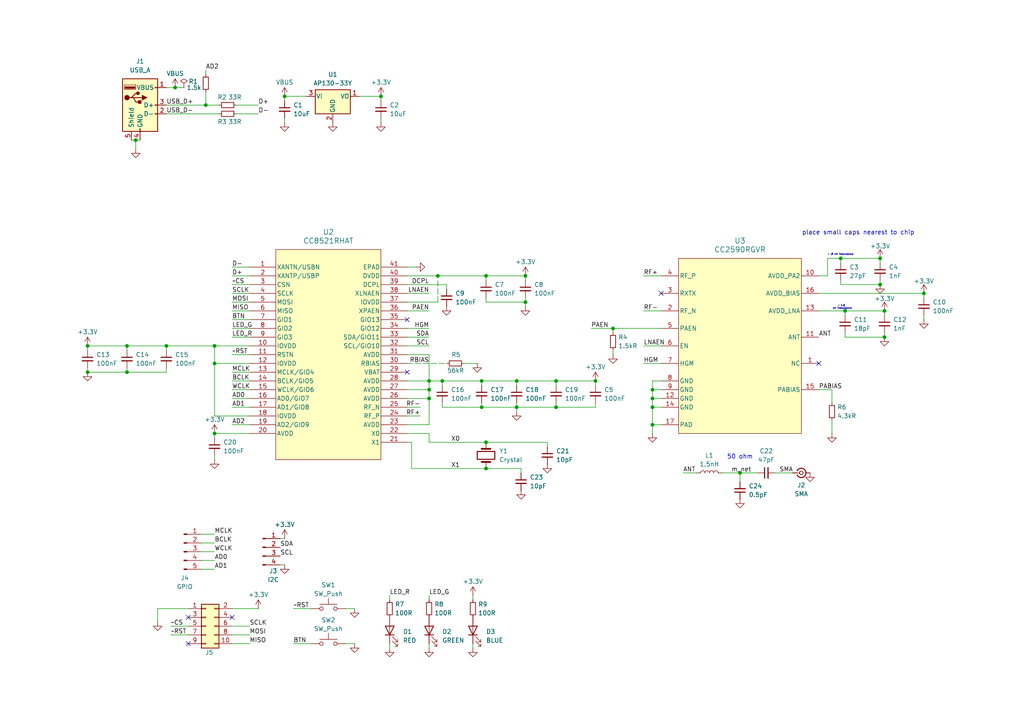
<source format=kicad_sch>
(kicad_sch (version 20231120) (generator "eeschema") (generator_version "8.0")
  (paper "A4")
  (title_block (title "Wireless Audio Transciever") (date "2024-03-17") (rev "1.0") (company "Texas Tech University") (comment 1 "Blake Havens") (comment 2 "Project Lab III (ECE-3334)"))
  (lib_symbols
    (symbol "Connector:Conn_01x04_Pin" (pin_names (offset 1.016) hide)
      (property "Reference" "J" (at 0 5.08 0))
      (property "Value" "Conn_01x04_Pin" (at 0 -7.62 0))
      (symbol "Conn_01x04_Pin_1_1"
        (pin passive line (at 5.08 2.54 180) (length 3.81) (name "Pin_1") (number "1"))
        (pin passive line (at 5.08 0 180) (length 3.81) (name "Pin_2") (number "2"))
        (pin passive line (at 5.08 -2.54 180) (length 3.81) (name "Pin_3") (number "3"))
        (pin passive line (at 5.08 -5.08 180) (length 3.81) (name "Pin_4") (number "4"))
      )
    )
    (symbol "Connector:Conn_01x05_Pin" (pin_names (offset 1.016) hide)
      (property "Reference" "J" (at 0 7.62 0))
      (property "Value" "Conn_01x05_Pin" (at 0 -7.62 0))
      (symbol "Conn_01x05_Pin_1_1"
        (pin passive line (at 5.08 5.08 180) (length 3.81) (name "Pin_1") (number "1"))
        (pin passive line (at 5.08 2.54 180) (length 3.81) (name "Pin_2") (number "2"))
        (pin passive line (at 5.08 0 180) (length 3.81) (name "Pin_3") (number "3"))
        (pin passive line (at 5.08 -2.54 180) (length 3.81) (name "Pin_4") (number "4"))
        (pin passive line (at 5.08 -5.08 180) (length 3.81) (name "Pin_5") (number "5"))
      )
    )
    (symbol "Connector:Conn_Coaxial_Small" (pin_numbers hide) (pin_names (offset 1.016) hide)
      (property "Reference" "J" (at 0.254 3.048 0))
      (property "Value" "Conn_Coaxial_Small" (at 0 -3.81 0))
      (symbol "Conn_Coaxial_Small_1_1"
        (pin passive line (at -2.54 0 0) (length 1.27) (name "In") (number "1"))
        (pin passive line (at 2.54 0 180) (length 1.27) (name "Ext") (number "2"))
      )
    )
    (symbol "Connector:USB_A" (pin_names (offset 1.016))
      (property "Reference" "J" (at -5.08 11.43 0))
      (property "Value" "USB_A" (at -5.08 8.89 0))
      (symbol "USB_A_1_1"
        (pin power_in line (at 7.62 5.08 180) (length 2.54) (name "VBUS") (number "1"))
        (pin bidirectional line (at 7.62 -2.54 180) (length 2.54) (name "D-") (number "2"))
        (pin bidirectional line (at 7.62 0 180) (length 2.54) (name "D+") (number "3"))
        (pin power_in line (at 0 -10.16 90) (length 2.54) (name "GND") (number "4"))
        (pin passive line (at -2.54 -10.16 90) (length 2.54) (name "Shield") (number "5"))
      )
    )
    (symbol "Connector_Generic:Conn_02x05_Odd_Even" (pin_names (offset 1.016) hide)
      (property "Reference" "J" (at 1.27 7.62 0))
      (property "Value" "Conn_02x05_Odd_Even" (at 1.27 -7.62 0))
      (symbol "Conn_02x05_Odd_Even_1_1"
        (pin passive line (at -5.08 5.08 0) (length 3.81) (name "Pin_1") (number "1"))
        (pin passive line (at 7.62 -5.08 180) (length 3.81) (name "Pin_10") (number "10"))
        (pin passive line (at 7.62 5.08 180) (length 3.81) (name "Pin_2") (number "2"))
        (pin passive line (at -5.08 2.54 0) (length 3.81) (name "Pin_3") (number "3"))
        (pin passive line (at 7.62 2.54 180) (length 3.81) (name "Pin_4") (number "4"))
        (pin passive line (at -5.08 0 0) (length 3.81) (name "Pin_5") (number "5"))
        (pin passive line (at 7.62 0 180) (length 3.81) (name "Pin_6") (number "6"))
        (pin passive line (at -5.08 -2.54 0) (length 3.81) (name "Pin_7") (number "7"))
        (pin passive line (at 7.62 -2.54 180) (length 3.81) (name "Pin_8") (number "8"))
        (pin passive line (at -5.08 -5.08 0) (length 3.81) (name "Pin_9") (number "9"))
      )
    )
    (symbol "Device:C_Small" (pin_numbers hide) (pin_names (offset 0.254) hide)
      (property "Reference" "C" (at 0.254 1.778 0))
      (property "Value" "C_Small" (at 0.254 -2.032 0))
      (symbol "C_Small_1_1"
        (pin passive line (at 0 2.54 270) (length 2.032) (name "~") (number "1"))
        (pin passive line (at 0 -2.54 90) (length 2.032) (name "~") (number "2"))
      )
    )
    (symbol "Device:Crystal" (pin_numbers hide) (pin_names (offset 1.016) hide)
      (property "Reference" "Y" (at 0 3.81 0))
      (property "Value" "Crystal" (at 0 -3.81 0))
      (symbol "Crystal_1_1"
        (pin passive line (at -3.81 0 0) (length 1.27) (name "1") (number "1"))
        (pin passive line (at 3.81 0 180) (length 1.27) (name "2") (number "2"))
      )
    )
    (symbol "Device:L" (pin_numbers hide) (pin_names (offset 1.016) hide)
      (property "Reference" "L" (at -1.27 0 90))
      (property "Value" "L" (at 1.905 0 90))
      (symbol "L_1_1"
        (pin passive line (at 0 3.81 270) (length 1.27) (name "1") (number "1"))
        (pin passive line (at 0 -3.81 90) (length 1.27) (name "2") (number "2"))
      )
    )
    (symbol "Device:LED" (pin_numbers hide) (pin_names (offset 1.016) hide)
      (property "Reference" "D" (at 0 2.54 0))
      (property "Value" "LED" (at 0 -2.54 0))
      (symbol "LED_1_1"
        (pin passive line (at -3.81 0 0) (length 2.54) (name "K") (number "1"))
        (pin passive line (at 3.81 0 180) (length 2.54) (name "A") (number "2"))
      )
    )
    (symbol "Device:R_Small" (pin_numbers hide) (pin_names (offset 0.254) hide)
      (property "Reference" "R" (at 0.762 0.508 0))
      (property "Value" "R_Small" (at 0.762 -1.016 0))
      (symbol "R_Small_1_1"
        (pin passive line (at 0 2.54 270) (length 0.762) (name "~") (number "1"))
        (pin passive line (at 0 -2.54 90) (length 0.762) (name "~") (number "2"))
      )
    )
    (symbol "HAVENS_Lib:CC2590RGVR" (pin_names (offset 0.254))
      (property "Reference" "U1" (at 0 30.48 0))
      (property "Value" "CC2590RGVR" (at 0 27.94 0))
      (symbol "CC2590RGVR_0_1"
        (pin unspecified line (at -22.86 -5.08 0) (length 5.08) (name "NC") (number "1"))
        (pin power_in line (at -22.86 20.32 0) (length 5.08) (name "AVDD_PA2") (number "10"))
        (pin unspecified line (at -22.86 2.54 0) (length 5.08) (name "ANT") (number "11"))
        (pin power_in line (at 22.86 -15.24 180) (length 5.08) (name "GND") (number "12"))
        (pin power_in line (at -22.86 10.16 0) (length 5.08) (name "AVDD_LNA") (number "13"))
        (pin power_in line (at 22.86 -17.78 180) (length 5.08) (name "GND") (number "14"))
        (pin unspecified line (at -22.86 -12.7 0) (length 5.08) (name "PABIAS") (number "15"))
        (pin power_in line (at -22.86 15.24 0) (length 5.08) (name "AVDD_BIAS") (number "16"))
        (pin power_in line (at 22.86 -22.86 180) (length 5.08) (name "PAD") (number "17"))
        (pin input line (at 22.86 10.16 180) (length 5.08) (name "RF_N") (number "2"))
        (pin input line (at 22.86 15.24 180) (length 5.08) (name "RXTX") (number "3"))
        (pin input line (at 22.86 20.32 180) (length 5.08) (name "RF_P") (number "4"))
        (pin input line (at 22.86 5.08 180) (length 5.08) (name "PAEN") (number "5"))
        (pin input line (at 22.86 0 180) (length 5.08) (name "EN") (number "6"))
        (pin input line (at 22.86 -5.08 180) (length 5.08) (name "HGM") (number "7"))
        (pin power_in line (at 22.86 -10.16 180) (length 5.08) (name "GND") (number "8"))
        (pin power_in line (at 22.86 -12.7 180) (length 5.08) (name "GND") (number "9"))
      )
    )
    (symbol "HAVENS_Lib:CC8521RHAT" (pin_names (offset 0.254))
      (property "Reference" "U" (at 43.18 10.16 0))
      (property "Value" "CC8521RHAT" (at 43.18 7.62 0))
      (symbol "CC8521RHAT_0_1"
        (pin bidirectional line (at 0 0 0) (length 7.62) (name "XANTN/USBN") (number "1"))
        (pin power_in line (at 0 -22.86 0) (length 7.62) (name "IOVDD") (number "10"))
        (pin input line (at 0 -25.4 0) (length 7.62) (name "RSTN") (number "11"))
        (pin power_in line (at 0 -27.94 0) (length 7.62) (name "IOVDD") (number "12"))
        (pin bidirectional line (at 0 -30.48 0) (length 7.62) (name "MCLK/GIO4") (number "13"))
        (pin bidirectional line (at 0 -33.02 0) (length 7.62) (name "BCLK/GIO5") (number "14"))
        (pin bidirectional line (at 0 -35.56 0) (length 7.62) (name "WCLK/GIO6") (number "15"))
        (pin bidirectional line (at 0 -38.1 0) (length 7.62) (name "AD0/GIO7") (number "16"))
        (pin bidirectional line (at 0 -40.64 0) (length 7.62) (name "AD1/GIO8") (number "17"))
        (pin power_in line (at 0 -43.18 0) (length 7.62) (name "IOVDD") (number "18"))
        (pin bidirectional line (at 0 -45.72 0) (length 7.62) (name "AD2/GIO9") (number "19"))
        (pin bidirectional line (at 0 -2.54 0) (length 7.62) (name "XANTP/USBP") (number "2"))
        (pin power_in line (at 0 -48.26 0) (length 7.62) (name "AVDD") (number "20"))
        (pin bidirectional line (at 45.72 -50.8 180) (length 7.62) (name "X1") (number "21"))
        (pin bidirectional line (at 45.72 -48.26 180) (length 7.62) (name "X0") (number "22"))
        (pin power_in line (at 45.72 -45.72 180) (length 7.62) (name "AVDD") (number "23"))
        (pin bidirectional line (at 45.72 -43.18 180) (length 7.62) (name "RF_P") (number "24"))
        (pin bidirectional line (at 45.72 -40.64 180) (length 7.62) (name "RF_N") (number "25"))
        (pin power_in line (at 45.72 -38.1 180) (length 7.62) (name "AVDD") (number "26"))
        (pin power_in line (at 45.72 -35.56 180) (length 7.62) (name "AVDD") (number "27"))
        (pin power_in line (at 45.72 -33.02 180) (length 7.62) (name "AVDD") (number "28"))
        (pin input line (at 45.72 -30.48 180) (length 7.62) (name "VBAT") (number "29"))
        (pin input line (at 0 -5.08 0) (length 7.62) (name "CSN") (number "3"))
        (pin output line (at 45.72 -27.94 180) (length 7.62) (name "RBIAS") (number "30"))
        (pin power_in line (at 45.72 -25.4 180) (length 7.62) (name "AVDD") (number "31"))
        (pin bidirectional line (at 45.72 -22.86 180) (length 7.62) (name "SCL/GIO10") (number "32"))
        (pin bidirectional line (at 45.72 -20.32 180) (length 7.62) (name "SDA/GIO11") (number "33"))
        (pin bidirectional line (at 45.72 -17.78 180) (length 7.62) (name "GIO12") (number "34"))
        (pin bidirectional line (at 45.72 -15.24 180) (length 7.62) (name "GIO13") (number "35"))
        (pin bidirectional line (at 45.72 -12.7 180) (length 7.62) (name "XPAEN") (number "36"))
        (pin power_in line (at 45.72 -10.16 180) (length 7.62) (name "IOVDD") (number "37"))
        (pin bidirectional line (at 45.72 -7.62 180) (length 7.62) (name "XLNAEN") (number "38"))
        (pin power_in line (at 45.72 -5.08 180) (length 7.62) (name "DCPL") (number "39"))
        (pin bidirectional line (at 0 -7.62 0) (length 7.62) (name "SCLK") (number "4"))
        (pin power_in line (at 45.72 -2.54 180) (length 7.62) (name "DVDD") (number "40"))
        (pin power_in line (at 45.72 0 180) (length 7.62) (name "EPAD") (number "41"))
        (pin bidirectional line (at 0 -10.16 0) (length 7.62) (name "MOSI") (number "5"))
        (pin bidirectional line (at 0 -12.7 0) (length 7.62) (name "MISO") (number "6"))
        (pin bidirectional line (at 0 -15.24 0) (length 7.62) (name "GIO1") (number "7"))
        (pin bidirectional line (at 0 -17.78 0) (length 7.62) (name "GIO2") (number "8"))
        (pin bidirectional line (at 0 -20.32 0) (length 7.62) (name "GIO3") (number "9"))
      )
    )
    (symbol "Regulator_Linear:AP130-33Y" (pin_names (offset 0.254))
      (property "Reference" "U" (at -3.81 3.175 0))
      (property "Value" "AP130-33Y" (at 0 3.175 0))
      (symbol "AP130-33Y_1_1"
        (pin power_out line (at 7.62 0 180) (length 2.54) (name "VO") (number "1"))
        (pin power_in line (at 0 -7.62 90) (length 2.54) (name "GND") (number "2"))
        (pin power_in line (at -7.62 0 0) (length 2.54) (name "VI") (number "3"))
      )
    )
    (symbol "Switch:SW_Push" (pin_numbers hide) (pin_names (offset 1.016) hide)
      (property "Reference" "SW" (at 1.27 2.54 0))
      (property "Value" "SW_Push" (at 0 -1.524 0))
      (symbol "SW_Push_0_1"
        (pin passive line (at -5.08 0 0) (length 2.54) (name "1") (number "1"))
        (pin passive line (at 5.08 0 180) (length 2.54) (name "2") (number "2"))
      )
    )
    (symbol "power:+3.3V" (power) (pin_numbers hide) (pin_names (offset 0) hide)
      (property "Value" "+3.3V" (at 0 3.556 0))
      (symbol "+3.3V_1_1"
        (pin power_in line (at 0 0 90) (length 0) (name "~") (number "1"))
      )
    )
    (symbol "power:GND" (power) (pin_numbers hide) (pin_names (offset 0) hide)
      (property "Value" "GND" (at 0 -3.81 0))
      (symbol "GND_1_1"
        (pin power_in line (at 0 0 270) (length 0) (name "~") (number "1"))
      )
    )
    (symbol "power:PWR_FLAG" (power) (pin_numbers hide) (pin_names (offset 0) hide)
      (property "Value" "PWR_FLAG" (at 0 3.81 0))
      (symbol "PWR_FLAG_0_0"
        (pin power_out line (at 0 0 90) (length 0) (name "~") (number "1"))
      )
    )
    (symbol "power:VBUS" (power) (pin_numbers hide) (pin_names (offset 0) hide)
      (property "Value" "VBUS" (at 0 3.556 0))
      (symbol "VBUS_1_1"
        (pin power_in line (at 0 0 90) (length 0) (name "~") (number "1"))
      )
    )
  )
  (junction (at 189.23 118.11))
  (junction (at 255.27 74.93))
  (junction (at 39.37 40.64))
  (junction (at 149.86 118.11))
  (junction (at 139.7 118.11))
  (junction (at 152.4 87.63))
  (junction (at 82.55 27.94))
  (junction (at 59.69 30.48))
  (junction (at 139.7 110.49))
  (junction (at 25.4 100.33))
  (junction (at 128.27 110.49))
  (junction (at 189.23 123.19))
  (junction (at 152.4 80.01))
  (junction (at 214.63 137.16))
  (junction (at 124.46 110.49))
  (junction (at 177.8 95.25))
  (junction (at 62.23 100.33))
  (junction (at 127 80.01))
  (junction (at 110.49 27.94))
  (junction (at 124.46 113.03))
  (junction (at 189.23 115.57))
  (junction (at 243.84 74.93))
  (junction (at 140.97 80.01))
  (junction (at 245.11 90.17))
  (junction (at 189.23 113.03))
  (junction (at 256.54 90.17))
  (junction (at 255.27 82.55))
  (junction (at 140.97 135.89))
  (junction (at 149.86 110.49))
  (junction (at 25.4 107.95))
  (junction (at 172.72 110.49))
  (junction (at 50.8 25.4))
  (junction (at 267.97 85.09))
  (junction (at 48.26 100.33))
  (junction (at 62.23 125.73))
  (junction (at 140.97 128.27))
  (junction (at 124.46 115.57))
  (junction (at 62.23 105.41))
  (junction (at 161.29 110.49))
  (junction (at 36.83 107.95))
  (junction (at 36.83 100.33))
  (junction (at 161.29 118.11))
  (junction (at 256.54 97.79))
  (no_connect (at 54.61 186.69))
  (no_connect (at 118.11 92.71))
  (no_connect (at 67.31 179.07))
  (no_connect (at 237.49 105.41))
  (no_connect (at 118.11 107.95))
  (no_connect (at 191.77 85.09))
  (no_connect (at 54.61 179.07))
  (wire (pts (xy 74.93 176.53) (xy 67.31 176.53)))
  (wire (pts (xy 62.23 105.41) (xy 62.23 100.33)))
  (wire (pts (xy 118.11 87.63) (xy 127 87.63)))
  (wire (pts (xy 189.23 123.19) (xy 189.23 125.73)))
  (wire (pts (xy 124.46 172.72) (xy 124.46 173.99)))
  (wire (pts (xy 243.84 74.93) (xy 243.84 76.2)))
  (wire (pts (xy 36.83 100.33) (xy 48.26 100.33)))
  (wire (pts (xy 121.92 120.65) (xy 118.11 120.65)))
  (wire (pts (xy 48.26 100.33) (xy 62.23 100.33)))
  (wire (pts (xy 152.4 80.01) (xy 152.4 81.28)))
  (wire (pts (xy 85.09 186.69) (xy 90.17 186.69)))
  (wire (pts (xy 59.69 30.48) (xy 63.5 30.48)))
  (wire (pts (xy 186.69 105.41) (xy 191.77 105.41)))
  (wire (pts (xy 50.8 25.4) (xy 48.26 25.4)))
  (wire (pts (xy 172.72 118.11) (xy 161.29 118.11)))
  (wire (pts (xy 74.93 33.02) (xy 68.58 33.02)))
  (wire (pts (xy 256.54 97.79) (xy 256.54 96.52)))
  (wire (pts (xy 189.23 113.03) (xy 189.23 115.57)))
  (wire (pts (xy 124.46 123.19) (xy 124.46 115.57)))
  (wire (pts (xy 255.27 82.55) (xy 255.27 81.28)))
  (wire (pts (xy 124.46 102.87) (xy 124.46 110.49)))
  (wire (pts (xy 237.49 85.09) (xy 267.97 85.09)))
  (wire (pts (xy 39.37 43.18) (xy 39.37 40.64)))
  (wire (pts (xy 72.39 181.61) (xy 67.31 181.61)))
  (wire (pts (xy 72.39 184.15) (xy 67.31 184.15)))
  (wire (pts (xy 149.86 111.76) (xy 149.86 110.49)))
  (wire (pts (xy 240.03 74.93) (xy 243.84 74.93)))
  (wire (pts (xy 102.87 176.53) (xy 100.33 176.53)))
  (wire (pts (xy 45.72 176.53) (xy 54.61 176.53)))
  (wire (pts (xy 67.31 115.57) (xy 72.39 115.57)))
  (wire (pts (xy 152.4 88.9) (xy 152.4 87.63)))
  (wire (pts (xy 102.87 186.69) (xy 100.33 186.69)))
  (wire (pts (xy 110.49 35.56) (xy 110.49 34.29)))
  (wire (pts (xy 124.46 97.79) (xy 118.11 97.79)))
  (wire (pts (xy 25.4 106.68) (xy 25.4 107.95)))
  (wire (pts (xy 124.46 125.73) (xy 124.46 128.27)))
  (wire (pts (xy 139.7 118.11) (xy 149.86 118.11)))
  (wire (pts (xy 67.31 82.55) (xy 72.39 82.55)))
  (wire (pts (xy 267.97 85.09) (xy 267.97 86.36)))
  (wire (pts (xy 137.16 187.96) (xy 137.16 186.69)))
  (wire (pts (xy 177.8 96.52) (xy 177.8 95.25)))
  (wire (pts (xy 124.46 95.25) (xy 118.11 95.25)))
  (wire (pts (xy 113.03 172.72) (xy 113.03 173.99)))
  (wire (pts (xy 124.46 113.03) (xy 124.46 110.49)))
  (wire (pts (xy 158.75 128.27) (xy 158.75 129.54)))
  (wire (pts (xy 243.84 74.93) (xy 255.27 74.93)))
  (wire (pts (xy 209.55 137.16) (xy 214.63 137.16)))
  (wire (pts (xy 124.46 187.96) (xy 124.46 186.69)))
  (wire (pts (xy 128.27 110.49) (xy 124.46 110.49)))
  (wire (pts (xy 186.69 100.33) (xy 191.77 100.33)))
  (wire (pts (xy 237.49 90.17) (xy 245.11 90.17)))
  (wire (pts (xy 67.31 107.95) (xy 72.39 107.95)))
  (wire (pts (xy 241.3 116.84) (xy 241.3 113.03)))
  (wire (pts (xy 267.97 92.71) (xy 267.97 91.44)))
  (wire (pts (xy 82.55 27.94) (xy 82.55 29.21)))
  (wire (pts (xy 172.72 110.49) (xy 161.29 110.49)))
  (wire (pts (xy 48.26 33.02) (xy 63.5 33.02)))
  (wire (pts (xy 191.77 118.11) (xy 189.23 118.11)))
  (wire (pts (xy 36.83 100.33) (xy 36.83 101.6)))
  (wire (pts (xy 48.26 107.95) (xy 36.83 107.95)))
  (wire (pts (xy 224.79 137.16) (xy 229.87 137.16)))
  (wire (pts (xy 62.23 162.56) (xy 58.42 162.56)))
  (wire (pts (xy 139.7 110.49) (xy 128.27 110.49)))
  (wire (pts (xy 161.29 110.49) (xy 161.29 111.76)))
  (wire (pts (xy 62.23 105.41) (xy 72.39 105.41)))
  (wire (pts (xy 49.53 181.61) (xy 54.61 181.61)))
  (wire (pts (xy 67.31 87.63) (xy 72.39 87.63)))
  (wire (pts (xy 72.39 125.73) (xy 62.23 125.73)))
  (wire (pts (xy 241.3 125.73) (xy 241.3 121.92)))
  (wire (pts (xy 128.27 111.76) (xy 128.27 110.49)))
  (wire (pts (xy 67.31 110.49) (xy 72.39 110.49)))
  (wire (pts (xy 62.23 157.48) (xy 58.42 157.48)))
  (wire (pts (xy 62.23 154.94) (xy 58.42 154.94)))
  (wire (pts (xy 118.11 110.49) (xy 124.46 110.49)))
  (wire (pts (xy 140.97 128.27) (xy 158.75 128.27)))
  (wire (pts (xy 149.86 118.11) (xy 161.29 118.11)))
  (wire (pts (xy 243.84 81.28) (xy 243.84 82.55)))
  (wire (pts (xy 118.11 115.57) (xy 124.46 115.57)))
  (wire (pts (xy 39.37 40.64) (xy 40.64 40.64)))
  (wire (pts (xy 25.4 100.33) (xy 36.83 100.33)))
  (wire (pts (xy 129.54 83.82) (xy 129.54 82.55)))
  (wire (pts (xy 189.23 115.57) (xy 189.23 118.11)))
  (wire (pts (xy 62.23 125.73) (xy 62.23 127)))
  (wire (pts (xy 104.14 27.94) (xy 110.49 27.94)))
  (wire (pts (xy 124.46 90.17) (xy 118.11 90.17)))
  (wire (pts (xy 62.23 120.65) (xy 62.23 105.41)))
  (wire (pts (xy 255.27 74.93) (xy 255.27 76.2)))
  (wire (pts (xy 140.97 87.63) (xy 140.97 86.36)))
  (wire (pts (xy 72.39 120.65) (xy 62.23 120.65)))
  (wire (pts (xy 36.83 106.68) (xy 36.83 107.95)))
  (wire (pts (xy 48.26 30.48) (xy 59.69 30.48)))
  (wire (pts (xy 128.27 118.11) (xy 139.7 118.11)))
  (wire (pts (xy 128.27 116.84) (xy 128.27 118.11)))
  (wire (pts (xy 124.46 115.57) (xy 124.46 113.03)))
  (wire (pts (xy 240.03 80.01) (xy 240.03 74.93)))
  (wire (pts (xy 53.34 25.4) (xy 50.8 25.4)))
  (wire (pts (xy 172.72 116.84) (xy 172.72 118.11)))
  (wire (pts (xy 149.86 118.11) (xy 149.86 119.38)))
  (wire (pts (xy 127 80.01) (xy 140.97 80.01)))
  (wire (pts (xy 48.26 106.68) (xy 48.26 107.95)))
  (wire (pts (xy 139.7 111.76) (xy 139.7 110.49)))
  (wire (pts (xy 72.39 186.69) (xy 67.31 186.69)))
  (wire (pts (xy 59.69 26.67) (xy 59.69 30.48)))
  (wire (pts (xy 124.46 85.09) (xy 118.11 85.09)))
  (wire (pts (xy 118.11 125.73) (xy 124.46 125.73)))
  (wire (pts (xy 82.55 35.56) (xy 82.55 34.29)))
  (wire (pts (xy 67.31 80.01) (xy 72.39 80.01)))
  (wire (pts (xy 177.8 95.25) (xy 191.77 95.25)))
  (wire (pts (xy 118.11 82.55) (xy 129.54 82.55)))
  (wire (pts (xy 121.92 118.11) (xy 118.11 118.11)))
  (wire (pts (xy 62.23 165.1) (xy 58.42 165.1)))
  (wire (pts (xy 245.11 96.52) (xy 245.11 97.79)))
  (wire (pts (xy 137.16 172.72) (xy 137.16 173.99)))
  (wire (pts (xy 171.45 95.25) (xy 177.8 95.25)))
  (wire (pts (xy 119.38 135.89) (xy 140.97 135.89)))
  (wire (pts (xy 118.11 123.19) (xy 124.46 123.19)))
  (wire (pts (xy 140.97 135.89) (xy 151.13 135.89)))
  (wire (pts (xy 191.77 123.19) (xy 189.23 123.19)))
  (wire (pts (xy 118.11 80.01) (xy 127 80.01)))
  (wire (pts (xy 161.29 118.11) (xy 161.29 116.84)))
  (wire (pts (xy 45.72 180.34) (xy 45.72 176.53)))
  (wire (pts (xy 186.69 90.17) (xy 191.77 90.17)))
  (wire (pts (xy 25.4 100.33) (xy 25.4 101.6)))
  (wire (pts (xy 149.86 110.49) (xy 139.7 110.49)))
  (wire (pts (xy 74.93 30.48) (xy 68.58 30.48)))
  (wire (pts (xy 189.23 110.49) (xy 189.23 113.03)))
  (wire (pts (xy 140.97 80.01) (xy 152.4 80.01)))
  (wire (pts (xy 62.23 160.02) (xy 58.42 160.02)))
  (wire (pts (xy 198.12 137.16) (xy 201.93 137.16)))
  (wire (pts (xy 67.31 102.87) (xy 72.39 102.87)))
  (wire (pts (xy 62.23 100.33) (xy 72.39 100.33)))
  (wire (pts (xy 152.4 87.63) (xy 152.4 86.36)))
  (wire (pts (xy 118.11 102.87) (xy 124.46 102.87)))
  (wire (pts (xy 67.31 85.09) (xy 72.39 85.09)))
  (wire (pts (xy 67.31 113.03) (xy 72.39 113.03)))
  (wire (pts (xy 62.23 132.08) (xy 62.23 133.35)))
  (wire (pts (xy 172.72 110.49) (xy 172.72 111.76)))
  (wire (pts (xy 36.83 107.95) (xy 25.4 107.95)))
  (wire (pts (xy 82.55 163.83) (xy 81.28 163.83)))
  (wire (pts (xy 82.55 156.21) (xy 81.28 156.21)))
  (wire (pts (xy 139.7 116.84) (xy 139.7 118.11)))
  (wire (pts (xy 110.49 27.94) (xy 110.49 29.21)))
  (wire (pts (xy 256.54 91.44) (xy 256.54 90.17)))
  (wire (pts (xy 67.31 92.71) (xy 72.39 92.71)))
  (wire (pts (xy 186.69 80.01) (xy 191.77 80.01)))
  (wire (pts (xy 191.77 115.57) (xy 189.23 115.57)))
  (wire (pts (xy 59.69 20.32) (xy 59.69 21.59)))
  (wire (pts (xy 119.38 128.27) (xy 118.11 128.27)))
  (wire (pts (xy 241.3 113.03) (xy 237.49 113.03)))
  (wire (pts (xy 67.31 95.25) (xy 72.39 95.25)))
  (wire (pts (xy 119.38 128.27) (xy 119.38 135.89)))
  (wire (pts (xy 118.11 113.03) (xy 124.46 113.03)))
  (wire (pts (xy 191.77 110.49) (xy 189.23 110.49)))
  (wire (pts (xy 191.77 113.03) (xy 189.23 113.03)))
  (wire (pts (xy 118.11 105.41) (xy 129.54 105.41)) (stroke (width 0) (type dash)))
  (wire (pts (xy 140.97 81.28) (xy 140.97 80.01)))
  (wire (pts (xy 67.31 118.11) (xy 72.39 118.11)))
  (wire (pts (xy 124.46 128.27) (xy 140.97 128.27)))
  (wire (pts (xy 120.65 77.47) (xy 118.11 77.47)))
  (wire (pts (xy 245.11 90.17) (xy 245.11 91.44)))
  (wire (pts (xy 138.43 105.41) (xy 134.62 105.41)))
  (wire (pts (xy 177.8 102.87) (xy 177.8 101.6)))
  (wire (pts (xy 67.31 77.47) (xy 72.39 77.47)))
  (wire (pts (xy 245.11 97.79) (xy 256.54 97.79)))
  (wire (pts (xy 189.23 118.11) (xy 189.23 123.19)))
  (wire (pts (xy 256.54 90.17) (xy 245.11 90.17)))
  (wire (pts (xy 38.1 40.64) (xy 39.37 40.64)))
  (wire (pts (xy 214.63 139.7) (xy 214.63 137.16)))
  (wire (pts (xy 127 87.63) (xy 127 80.01)) (stroke (width 0) (type dash)))
  (wire (pts (xy 49.53 184.15) (xy 54.61 184.15)))
  (wire (pts (xy 237.49 80.01) (xy 240.03 80.01)))
  (wire (pts (xy 67.31 90.17) (xy 72.39 90.17)))
  (wire (pts (xy 140.97 87.63) (xy 152.4 87.63)))
  (wire (pts (xy 149.86 110.49) (xy 161.29 110.49)))
  (wire (pts (xy 82.55 27.94) (xy 88.9 27.94)))
  (wire (pts (xy 149.86 118.11) (xy 149.86 116.84)))
  (wire (pts (xy 67.31 123.19) (xy 72.39 123.19)))
  (wire (pts (xy 151.13 135.89) (xy 151.13 137.16)))
  (wire (pts (xy 85.09 176.53) (xy 90.17 176.53)))
  (wire (pts (xy 67.31 97.79) (xy 72.39 97.79)))
  (wire (pts (xy 113.03 187.96) (xy 113.03 186.69)))
  (wire (pts (xy 214.63 137.16) (xy 219.71 137.16)))
  (wire (pts (xy 48.26 100.33) (xy 48.26 101.6)))
  (wire (pts (xy 124.46 100.33) (xy 118.11 100.33)))
  (wire (pts (xy 243.84 82.55) (xy 255.27 82.55)))
  (text "place small caps nearest to chip\n" (at 248.92 67.564 0) (effects (font (size 1.27 1.27))))
  (text "~ .8 nH inductance" (at 243.84 73.914 0) (effects (font (size 0.508 0.508))))
  (text "~ 1.6\n nH inductance" (at 244.094 89.154 0) (effects (font (size 0.508 0.508))))
  (text "50 ohm\n" (at 214.63 132.588 0) (effects (font (size 1.27 1.27))))
  (label "MCLK" (at 67.31 107.95 0))
  (label "LNAEN" (at 186.69 100.33 0))
  (label "SMA" (at 226.06 137.16 0))
  (label "USB_D+" (at 48.26 30.48 0))
  (label "~RST" (at 49.53 184.15 0))
  (label "SCL" (at 124.46 100.33 180))
  (label "ANT" (at 237.49 97.79 0))
  (label "MCLK" (at 62.23 154.94 0))
  (label "AD1" (at 67.31 118.11 0))
  (label "MISO" (at 72.39 186.69 0))
  (label "LED_R" (at 67.31 97.79 0))
  (label "HGM" (at 186.69 105.41 0))
  (label "DCPL" (at 124.46 82.55 180))
  (label "D-" (at 67.31 77.47 0))
  (label "BTN" (at 85.09 186.69 0))
  (label "~CS" (at 67.31 82.55 0))
  (label "X0" (at 130.81 128.27 0))
  (label "RF-" (at 186.69 90.17 0))
  (label "USB_D-" (at 48.26 33.02 0))
  (label "BTN" (at 67.31 92.71 0))
  (label "X1" (at 130.81 135.89 0))
  (label "AD0" (at 67.31 115.57 0))
  (label "WCLK" (at 62.23 160.02 0))
  (label "LNAEN" (at 124.46 85.09 180))
  (label "RBIAS" (at 124.46 105.41 180))
  (label "MOSI" (at 72.39 184.15 0))
  (label "HGM" (at 124.46 95.25 180))
  (label "BCLK" (at 67.31 110.49 0))
  (label "PABIAS" (at 237.49 113.03 0))
  (label "RF-" (at 121.92 118.11 180))
  (label "AD1" (at 62.23 165.1 0))
  (label "PAEN" (at 124.46 90.17 180))
  (label "~RST" (at 67.31 102.87 0))
  (label "PAEN" (at 171.45 95.25 0))
  (label "WCLK" (at 67.31 113.03 0))
  (label "m_net" (at 212.09 137.16 0))
  (label "D-" (at 74.93 33.02 0))
  (label "D+" (at 74.93 30.48 0))
  (label "LED_R" (at 113.03 172.72 0))
  (label "MOSI" (at 67.31 87.63 0))
  (label "MISO" (at 67.31 90.17 0))
  (label "SCLK" (at 67.31 85.09 0))
  (label "D+" (at 67.31 80.01 0))
  (label "ANT" (at 198.12 137.16 0))
  (label "SDA" (at 124.46 97.79 180))
  (label "RF+" (at 186.69 80.01 0))
  (label "LED_G" (at 67.31 95.25 0))
  (label "AD0" (at 62.23 162.56 0))
  (label "BCLK" (at 62.23 157.48 0))
  (label "SCL" (at 81.28 161.29 0))
  (label "SDA" (at 81.28 158.75 0))
  (label "LED_G" (at 124.46 172.72 0))
  (label "RF+" (at 121.92 120.65 180))
  (label "SCLK" (at 72.39 181.61 0))
  (label "AD2" (at 67.31 123.19 0))
  (label "~RST" (at 85.09 176.53 0))
  (label "~CS" (at 49.53 181.61 0))
  (label "AD2" (at 59.69 20.32 0))
  (symbol (lib_id "power:GND") (at 124.46 187.96 0) (mirror y) (unit 1)
    (property "Reference" "#PWR041" (effects (hide yes)))
    (property "Value" "GND" (effects (hide yes)))
    (property "Description" "Power symbol creates a global label with name \"GND\" , ground" (effects (hide yes)))
  )
  (symbol (lib_id "Device:C_Small") (at 128.27 114.3 0) (unit 1)
    (property "Reference" "C16" (at 130.81 113.0362 0) (effects (justify left)))
    (property "Value" "100nF" (at 130.81 115.5762 0) (effects (justify left)))
    (property "Footprint" "Capacitor_SMD:C_0402_1005Metric" (effects (hide yes)))
    (property "Description" "Unpolarized capacitor, small symbol" (effects (hide yes)))
  )
  (symbol (lib_id "power:GND") (at 137.16 187.96 0) (mirror y) (unit 1)
    (property "Reference" "#PWR042" (effects (hide yes)))
    (property "Value" "GND" (effects (hide yes)))
    (property "Description" "Power symbol creates a global label with name \"GND\" , ground" (effects (hide yes)))
  )
  (symbol (lib_id "power:+3.3V") (at 25.4 100.33 0) (unit 1)
    (property "Reference" "#PWR020" (effects (hide yes)))
    (property "Value" "+3.3V" (at 25.4 96.266 0))
    (property "Description" "Power symbol creates a global label with name \"+3.3V\"" (effects (hide yes)))
  )
  (symbol (lib_id "Device:C_Small") (at 25.4 104.14 0) (unit 1)
    (property "Reference" "C13" (at 27.94 102.8762 0) (effects (justify left)))
    (property "Value" "100nF" (at 27.94 105.4162 0) (effects (justify left)))
    (property "Footprint" "Capacitor_SMD:C_0402_1005Metric" (effects (hide yes)))
    (property "Description" "Unpolarized capacitor, small symbol" (effects (hide yes)))
  )
  (symbol (lib_id "Device:LED") (at 124.46 182.88 90) (unit 1)
    (property "Reference" "D2" (at 128.27 183.1974 90) (effects (justify right)))
    (property "Value" "GREEN" (at 128.27 185.7374 90) (effects (justify right)))
    (property "Footprint" "LED_SMD:LED_0603_1608Metric" (effects (hide yes)))
    (property "Description" "Light emitting diode" (effects (hide yes)))
  )
  (symbol (lib_id "Device:L") (at 205.74 137.16 90) (unit 1)
    (property "Reference" "L1" (at 205.74 132.08 90))
    (property "Value" "1.5nH" (at 205.74 134.62 90))
    (property "Footprint" "Inductor_SMD:L_0402_1005Metric" (effects (hide yes)))
    (property "Description" "Inductor" (effects (hide yes)))
  )
  (symbol (lib_id "power:GND") (at 152.4 88.9 0) (mirror y) (unit 1)
    (property "Reference" "#PWR016" (effects (hide yes)))
    (property "Value" "GND" (effects (hide yes)))
    (property "Description" "Power symbol creates a global label with name \"GND\" , ground" (effects (hide yes)))
  )
  (symbol (lib_id "power:GND") (at 138.43 105.41 0) (mirror y) (unit 1)
    (property "Reference" "#PWR022" (effects (hide yes)))
    (property "Value" "GND" (effects (hide yes)))
    (property "Description" "Power symbol creates a global label with name \"GND\" , ground" (effects (hide yes)))
  )
  (symbol (lib_id "Device:C_Small") (at 152.4 83.82 0) (unit 1)
    (property "Reference" "C8" (at 154.94 82.5562 0) (effects (justify left)))
    (property "Value" "100nF" (at 154.94 85.0962 0) (effects (justify left)))
    (property "Footprint" "Capacitor_SMD:C_0402_1005Metric" (effects (hide yes)))
    (property "Description" "Unpolarized capacitor, small symbol" (effects (hide yes)))
  )
  (symbol (lib_id "Device:C_Small") (at 172.72 114.3 0) (unit 1)
    (property "Reference" "C5" (at 175.26 113.0362 0) (effects (justify left)))
    (property "Value" "100nF" (at 175.26 115.5762 0) (effects (justify left)))
    (property "Footprint" "Capacitor_SMD:C_0402_1005Metric" (effects (hide yes)))
    (property "Description" "Unpolarized capacitor, small symbol" (effects (hide yes)))
  )
  (symbol (lib_id "Device:C_Small") (at 222.25 137.16 90) (unit 1)
    (property "Reference" "C22" (at 222.2563 130.81 90))
    (property "Value" "47pF" (at 222.2563 133.35 90))
    (property "Footprint" "Capacitor_SMD:C_0402_1005Metric" (effects (hide yes)))
    (property "Description" "Unpolarized capacitor, small symbol" (effects (hide yes)))
  )
  (symbol (lib_id "power:GND") (at 256.54 97.79 0) (mirror y) (unit 1)
    (property "Reference" "#PWR019" (effects (hide yes)))
    (property "Value" "GND" (effects (hide yes)))
    (property "Description" "Power symbol creates a global label with name \"GND\" , ground" (effects (hide yes)))
  )
  (symbol (lib_id "Device:C_Small") (at 62.23 129.54 0) (unit 1)
    (property "Reference" "C20" (at 64.77 128.2762 0) (effects (justify left)))
    (property "Value" "100nF" (at 64.77 130.8162 0) (effects (justify left)))
    (property "Footprint" "Capacitor_SMD:C_0402_1005Metric" (effects (hide yes)))
    (property "Description" "Unpolarized capacitor, small symbol" (effects (hide yes)))
  )
  (symbol (lib_id "HAVENS_Lib:CC2590RGVR") (at 214.63 100.33 0) (mirror y) (unit 1)
    (property "Reference" "U3" (at 214.63 69.85 0) (effects (font (size 1.524 1.524))))
    (property "Value" "CC2590RGVR" (at 214.63 72.39 0) (effects (font (size 1.524 1.524))))
    (property "Footprint" "HAVENS_Lib:RGV0016A" (effects (hide yes)))
    (property "Datasheet" "CC2590RGVR" (effects (hide yes)))
  )
  (symbol (lib_id "power:GND") (at 151.13 142.24 0) (mirror y) (unit 1)
    (property "Reference" "#PWR032" (effects (hide yes)))
    (property "Value" "GND" (effects (hide yes)))
    (property "Description" "Power symbol creates a global label with name \"GND\" , ground" (effects (hide yes)))
  )
  (symbol (lib_id "Device:C_Small") (at 158.75 132.08 0) (unit 1)
    (property "Reference" "C21" (at 161.29 130.8162 0) (effects (justify left)))
    (property "Value" "10pF" (at 161.29 133.3562 0) (effects (justify left)))
    (property "Footprint" "Capacitor_SMD:C_0402_1005Metric" (effects (hide yes)))
    (property "Description" "Unpolarized capacitor, small symbol" (effects (hide yes)))
  )
  (symbol (lib_id "power:GND") (at 96.52 35.56 0) (mirror y) (unit 1)
    (property "Reference" "#PWR05" (effects (hide yes)))
    (property "Value" "GND" (effects (hide yes)))
    (property "Description" "Power symbol creates a global label with name \"GND\" , ground" (effects (hide yes)))
  )
  (symbol (lib_id "power:GND") (at 267.97 92.71 0) (mirror y) (unit 1)
    (property "Reference" "#PWR018" (effects (hide yes)))
    (property "Value" "GND" (effects (hide yes)))
    (property "Description" "Power symbol creates a global label with name \"GND\" , ground" (effects (hide yes)))
  )
  (symbol (lib_id "Device:C_Small") (at 48.26 104.14 0) (unit 1)
    (property "Reference" "C15" (at 50.8 102.8762 0) (effects (justify left)))
    (property "Value" "100nF" (at 50.8 105.4162 0) (effects (justify left)))
    (property "Footprint" "Capacitor_SMD:C_0402_1005Metric" (effects (hide yes)))
    (property "Description" "Unpolarized capacitor, small symbol" (effects (hide yes)))
  )
  (symbol (lib_id "Device:C_Small") (at 243.84 78.74 0) (unit 1)
    (property "Reference" "C3" (at 246.38 77.4762 0) (effects (justify left)))
    (property "Value" "27pF" (at 246.38 80.0162 0) (effects (justify left)))
    (property "Footprint" "Capacitor_SMD:C_0402_1005Metric" (effects (hide yes)))
    (property "Description" "Unpolarized capacitor, small symbol" (effects (hide yes)))
  )
  (symbol (lib_id "Device:R_Small") (at 241.3 119.38 0) (unit 1)
    (property "Reference" "R6" (at 242.824 118.11 0) (effects (justify left)))
    (property "Value" "4.3kR" (at 242.824 120.65 0) (effects (justify left)))
    (property "Footprint" "Resistor_SMD:R_0402_1005Metric" (effects (hide yes)))
    (property "Description" "Resistor, small symbol" (effects (hide yes)))
  )
  (symbol (lib_id "Device:C_Small") (at 245.11 93.98 0) (unit 1)
    (property "Reference" "C11" (at 247.65 92.7162 0) (effects (justify left)))
    (property "Value" "18pF" (at 247.65 95.2562 0) (effects (justify left)))
    (property "Footprint" "Capacitor_SMD:C_0402_1005Metric" (effects (hide yes)))
    (property "Description" "Unpolarized capacitor, small symbol" (effects (hide yes)))
  )
  (symbol (lib_id "Connector:Conn_01x04_Pin") (at 76.2 158.75 0) (unit 1)
    (property "Reference" "J3" (at 79.248 165.608 0))
    (property "Value" "I2C" (at 79.248 168.148 0))
    (property "Footprint" "Connector_PinHeader_2.54mm:PinHeader_1x04_P2.54mm_Vertical" (effects (hide yes)))
    (property "Description" "Generic connector, single row, 01x04, script generated" (effects (hide yes)))
  )
  (symbol (lib_id "power:GND") (at 129.54 88.9 0) (mirror y) (unit 1)
    (property "Reference" "#PWR015" (effects (hide yes)))
    (property "Value" "GND" (effects (hide yes)))
    (property "Description" "Power symbol creates a global label with name \"GND\" , ground" (effects (hide yes)))
  )
  (symbol (lib_id "Connector:Conn_01x05_Pin") (at 53.34 160.02 0) (unit 1)
    (property "Reference" "J4" (at 53.594 167.64 0))
    (property "Value" "GPIO" (at 53.594 170.18 0))
    (property "Footprint" "Connector_PinHeader_2.54mm:PinHeader_1x05_P2.54mm_Vertical" (effects (hide yes)))
    (property "Description" "Generic connector, single row, 01x05, script generated" (effects (hide yes)))
  )
  (symbol (lib_id "Device:C_Small") (at 82.55 31.75 0) (unit 1)
    (property "Reference" "C1" (at 85.09 30.4862 0) (effects (justify left)))
    (property "Value" "10uF" (at 85.09 33.0262 0) (effects (justify left)))
    (property "Footprint" "Capacitor_SMD:C_0603_1608Metric" (effects (hide yes)))
    (property "Description" "Unpolarized capacitor, small symbol" (effects (hide yes)))
  )
  (symbol (lib_id "Device:R_Small") (at 124.46 176.53 0) (unit 1)
    (property "Reference" "R8" (at 125.984 175.26 0) (effects (justify left)))
    (property "Value" "100R" (at 125.984 177.8 0) (effects (justify left)))
    (property "Footprint" "Resistor_SMD:R_0402_1005Metric" (effects (hide yes)))
    (property "Description" "Resistor, small symbol" (effects (hide yes)))
  )
  (symbol (lib_id "Device:R_Small") (at 66.04 33.02 90) (unit 1)
    (property "Reference" "R3" (at 65.786 35.306 90) (effects (justify left)))
    (property "Value" "33R" (at 70.104 35.306 90) (effects (justify left)))
    (property "Footprint" "Resistor_SMD:R_0603_1608Metric" (effects (hide yes)))
    (property "Description" "Resistor, small symbol" (effects (hide yes)))
  )
  (symbol (lib_id "Device:C_Small") (at 140.97 83.82 0) (unit 1)
    (property "Reference" "C7" (at 143.51 82.5562 0) (effects (justify left)))
    (property "Value" "100nF" (at 143.51 85.0962 0) (effects (justify left)))
    (property "Footprint" "Capacitor_SMD:C_0402_1005Metric" (effects (hide yes)))
    (property "Description" "Unpolarized capacitor, small symbol" (effects (hide yes)))
  )
  (symbol (lib_id "Device:C_Small") (at 139.7 114.3 0) (unit 1)
    (property "Reference" "C17" (at 142.24 113.0362 0) (effects (justify left)))
    (property "Value" "100nF" (at 142.24 115.5762 0) (effects (justify left)))
    (property "Footprint" "Capacitor_SMD:C_0402_1005Metric" (effects (hide yes)))
    (property "Description" "Unpolarized capacitor, small symbol" (effects (hide yes)))
  )
  (symbol (lib_id "power:VBUS") (at 50.8 25.4 0) (unit 1)
    (property "Reference" "#PWR01" (effects (hide yes)))
    (property "Value" "VBUS" (at 50.8 21.336 0))
    (property "Description" "Power symbol creates a global label with name \"VBUS\"" (effects (hide yes)))
  )
  (symbol (lib_id "power:VBUS") (at 82.55 27.94 0) (unit 1)
    (property "Reference" "#PWR02" (effects (hide yes)))
    (property "Value" "VBUS" (at 82.55 23.876 0))
    (property "Description" "Power symbol creates a global label with name \"VBUS\"" (effects (hide yes)))
  )
  (symbol (lib_id "power:GND") (at 102.87 186.69 0) (mirror y) (unit 1)
    (property "Reference" "#PWR039" (effects (hide yes)))
    (property "Value" "GND" (effects (hide yes)))
    (property "Description" "Power symbol creates a global label with name \"GND\" , ground" (effects (hide yes)))
  )
  (symbol (lib_id "power:GND") (at 120.65 77.47 90) (mirror x) (unit 1)
    (property "Reference" "#PWR09" (effects (hide yes)))
    (property "Value" "GND" (effects (hide yes)))
    (property "Description" "Power symbol creates a global label with name \"GND\" , ground" (effects (hide yes)))
  )
  (symbol (lib_id "power:GND") (at 158.75 134.62 0) (mirror y) (unit 1)
    (property "Reference" "#PWR030" (effects (hide yes)))
    (property "Value" "GND" (effects (hide yes)))
    (property "Description" "Power symbol creates a global label with name \"GND\" , ground" (effects (hide yes)))
  )
  (symbol (lib_id "Regulator_Linear:AP130-33Y") (at 96.52 27.94 0) (unit 1)
    (property "Reference" "U1" (at 96.52 21.59 0))
    (property "Value" "AP130-33Y" (at 96.52 24.13 0))
    (property "Footprint" "Package_TO_SOT_SMD:SOT-89-3" (effects (hide yes)))
    (property "Datasheet" "https://www.diodes.com/assets/Datasheets/AP130.pdf" (effects (hide yes)))
    (property "Description" "0.3A Low Dropout regulator, positive, 3.3V fixed output, SOT-89" (effects (hide yes)))
  )
  (symbol (lib_id "Device:C_Small") (at 214.63 142.24 180) (unit 1)
    (property "Reference" "C24" (at 217.17 140.9635 0) (effects (justify right)))
    (property "Value" "0.5pF" (at 217.17 143.5035 0) (effects (justify right)))
    (property "Footprint" "Capacitor_SMD:C_0402_1005Metric" (effects (hide yes)))
    (property "Description" "Unpolarized capacitor, small symbol" (effects (hide yes)))
  )
  (symbol (lib_id "Device:C_Small") (at 151.13 139.7 0) (unit 1)
    (property "Reference" "C23" (at 153.67 138.4362 0) (effects (justify left)))
    (property "Value" "10pF" (at 153.67 140.9762 0) (effects (justify left)))
    (property "Footprint" "Capacitor_SMD:C_0402_1005Metric" (effects (hide yes)))
    (property "Description" "Unpolarized capacitor, small symbol" (effects (hide yes)))
  )
  (symbol (lib_id "power:+3.3V") (at 172.72 110.49 0) (unit 1)
    (property "Reference" "#PWR024" (effects (hide yes)))
    (property "Value" "+3.3V" (at 172.72 106.426 0))
    (property "Description" "Power symbol creates a global label with name \"+3.3V\"" (effects (hide yes)))
  )
  (symbol (lib_id "Device:C_Small") (at 255.27 78.74 0) (unit 1)
    (property "Reference" "C4" (at 257.81 77.4762 0) (effects (justify left)))
    (property "Value" "1nF" (at 257.81 80.0162 0) (effects (justify left)))
    (property "Footprint" "Capacitor_SMD:C_0402_1005Metric" (effects (hide yes)))
    (property "Description" "Unpolarized capacitor, small symbol" (effects (hide yes)))
  )
  (symbol (lib_id "power:GND") (at 39.37 43.18 0) (mirror y) (unit 1)
    (property "Reference" "#PWR07" (effects (hide yes)))
    (property "Value" "GND" (effects (hide yes)))
    (property "Description" "Power symbol creates a global label with name \"GND\" , ground" (effects (hide yes)))
  )
  (symbol (lib_id "HAVENS_Lib:CC8521RHAT") (at 72.39 77.47 0) (unit 1)
    (property "Reference" "U2" (at 95.25 67.31 0) (effects (font (size 1.524 1.524))))
    (property "Value" "CC8521RHAT" (at 95.25 69.85 0) (effects (font (size 1.524 1.524))))
    (property "Footprint" "HAVENS_Lib:RHA40_4P5X4P5" (effects (hide yes)))
    (property "Datasheet" "CC8521RHAT" (effects (hide yes)))
  )
  (symbol (lib_id "power:+3.3V") (at 267.97 85.09 0) (unit 1)
    (property "Reference" "#PWR012" (effects (hide yes)))
    (property "Value" "+3.3V" (at 267.97 81.534 0))
    (property "Description" "Power symbol creates a global label with name \"+3.3V\"" (effects (hide yes)))
  )
  (symbol (lib_id "Device:LED") (at 137.16 182.88 90) (unit 1)
    (property "Reference" "D3" (at 140.97 183.1974 90) (effects (justify right)))
    (property "Value" "BLUE" (at 140.97 185.7374 90) (effects (justify right)))
    (property "Footprint" "LED_SMD:LED_0603_1608Metric" (effects (hide yes)))
    (property "Description" "Light emitting diode" (effects (hide yes)))
  )
  (symbol (lib_id "Device:C_Small") (at 267.97 88.9 0) (unit 1)
    (property "Reference" "C10" (at 270.51 87.6362 0) (effects (justify left)))
    (property "Value" "100nF" (at 270.51 90.1762 0) (effects (justify left)))
    (property "Footprint" "Capacitor_SMD:C_0402_1005Metric" (effects (hide yes)))
    (property "Description" "Unpolarized capacitor, small symbol" (effects (hide yes)))
  )
  (symbol (lib_id "Device:LED") (at 113.03 182.88 90) (unit 1)
    (property "Reference" "D1" (at 116.84 183.1974 90) (effects (justify right)))
    (property "Value" "RED" (at 116.84 185.7374 90) (effects (justify right)))
    (property "Footprint" "LED_SMD:LED_0603_1608Metric" (effects (hide yes)))
    (property "Description" "Light emitting diode" (effects (hide yes)))
  )
  (symbol (lib_id "power:GND") (at 82.55 35.56 0) (mirror y) (unit 1)
    (property "Reference" "#PWR04" (effects (hide yes)))
    (property "Value" "GND" (effects (hide yes)))
    (property "Description" "Power symbol creates a global label with name \"GND\" , ground" (effects (hide yes)))
  )
  (symbol (lib_id "Device:C_Small") (at 110.49 31.75 0) (unit 1)
    (property "Reference" "C2" (at 113.03 30.4862 0) (effects (justify left)))
    (property "Value" "10uF" (at 113.03 33.0262 0) (effects (justify left)))
    (property "Footprint" "Capacitor_SMD:C_0603_1608Metric" (effects (hide yes)))
    (property "Description" "Unpolarized capacitor, small symbol" (effects (hide yes)))
  )
  (symbol (lib_id "power:GND") (at 177.8 102.87 0) (mirror y) (unit 1)
    (property "Reference" "#PWR021" (effects (hide yes)))
    (property "Value" "GND" (effects (hide yes)))
    (property "Description" "Power symbol creates a global label with name \"GND\" , ground" (effects (hide yes)))
  )
  (symbol (lib_id "power:GND") (at 214.63 144.78 0) (mirror y) (unit 1)
    (property "Reference" "#PWR033" (effects (hide yes)))
    (property "Value" "GND" (effects (hide yes)))
    (property "Description" "Power symbol creates a global label with name \"GND\" , ground" (effects (hide yes)))
  )
  (symbol (lib_id "power:+3.3V") (at 62.23 125.73 0) (unit 1)
    (property "Reference" "#PWR026" (effects (hide yes)))
    (property "Value" "+3.3V" (at 62.23 121.666 0))
    (property "Description" "Power symbol creates a global label with name \"+3.3V\"" (effects (hide yes)))
  )
  (symbol (lib_id "power:+3.3V") (at 74.93 176.53 0) (unit 1)
    (property "Reference" "#PWR036" (effects (hide yes)))
    (property "Value" "+3.3V" (at 74.93 172.466 0))
    (property "Description" "Power symbol creates a global label with name \"+3.3V\"" (effects (hide yes)))
  )
  (symbol (lib_id "power:GND") (at 234.95 137.16 0) (mirror y) (unit 1)
    (property "Reference" "#PWR031" (effects (hide yes)))
    (property "Value" "GND" (effects (hide yes)))
    (property "Description" "Power symbol creates a global label with name \"GND\" , ground" (effects (hide yes)))
  )
  (symbol (lib_id "power:GND") (at 102.87 176.53 0) (mirror y) (unit 1)
    (property "Reference" "#PWR037" (effects (hide yes)))
    (property "Value" "GND" (effects (hide yes)))
    (property "Description" "Power symbol creates a global label with name \"GND\" , ground" (effects (hide yes)))
  )
  (symbol (lib_id "Device:R_Small") (at 177.8 99.06 0) (unit 1)
    (property "Reference" "R4" (at 179.324 97.79 0) (effects (justify left)))
    (property "Value" "1.5kR" (at 179.324 100.33 0) (effects (justify left)))
    (property "Footprint" "Resistor_SMD:R_0402_1005Metric" (effects (hide yes)))
    (property "Description" "Resistor, small symbol" (effects (hide yes)))
  )
  (symbol (lib_id "power:+3.3V") (at 256.54 90.17 0) (unit 1)
    (property "Reference" "#PWR017" (effects (hide yes)))
    (property "Value" "+3.3V" (at 256.54 86.614 0))
    (property "Description" "Power symbol creates a global label with name \"+3.3V\"" (effects (hide yes)))
  )
  (symbol (lib_id "power:PWR_FLAG") (at 53.34 25.4 0) (unit 1)
    (property "Reference" "#FLG01" (effects (hide yes)))
    (property "Value" "PWR_FLAG" (effects (hide yes)))
    (property "Description" "Special symbol for telling ERC where power comes from" (effects (hide yes)))
  )
  (symbol (lib_id "Device:C_Small") (at 161.29 114.3 0) (unit 1)
    (property "Reference" "C19" (at 163.83 113.0362 0) (effects (justify left)))
    (property "Value" "100nF" (at 163.83 115.5762 0) (effects (justify left)))
    (property "Footprint" "Capacitor_SMD:C_0402_1005Metric" (effects (hide yes)))
    (property "Description" "Unpolarized capacitor, small symbol" (effects (hide yes)))
  )
  (symbol (lib_id "power:GND") (at 241.3 125.73 0) (mirror y) (unit 1)
    (property "Reference" "#PWR028" (effects (hide yes)))
    (property "Value" "GND" (effects (hide yes)))
    (property "Description" "Power symbol creates a global label with name \"GND\" , ground" (effects (hide yes)))
  )
  (symbol (lib_id "power:GND") (at 45.72 180.34 0) (mirror y) (unit 1)
    (property "Reference" "#PWR038" (effects (hide yes)))
    (property "Value" "GND" (effects (hide yes)))
    (property "Description" "Power symbol creates a global label with name \"GND\" , ground" (effects (hide yes)))
  )
  (symbol (lib_id "power:+3.3V") (at 82.55 156.21 0) (unit 1)
    (property "Reference" "#PWR034" (effects (hide yes)))
    (property "Value" "+3.3V" (at 82.55 152.146 0))
    (property "Description" "Power symbol creates a global label with name \"+3.3V\"" (effects (hide yes)))
  )
  (symbol (lib_id "Device:Crystal") (at 140.97 132.08 270) (unit 1)
    (property "Reference" "Y1" (at 144.78 130.8099 90) (effects (justify left)))
    (property "Value" "Crystal" (at 144.78 133.3499 90) (effects (justify left)))
    (property "Footprint" "Crystal:Crystal_SMD_3225-4Pin_3.2x2.5mm" (effects (hide yes)))
    (property "Description" "Two pin crystal" (effects (hide yes)))
  )
  (symbol (lib_id "Connector:USB_A") (at 40.64 30.48 0) (unit 1)
    (property "Reference" "J1" (at 40.64 17.78 0))
    (property "Value" "USB_A" (at 40.64 20.32 0))
    (property "Footprint" "Connector_USB:USB_A_TE_292303-7_Horizontal" (effects (hide yes)))
    (property "Datasheet" " ~" (effects (hide yes)))
    (property "Description" "USB Type A connector" (effects (hide yes)))
  )
  (symbol (lib_id "Device:R_Small") (at 66.04 30.48 90) (unit 1)
    (property "Reference" "R2" (at 65.786 28.194 90) (effects (justify left)))
    (property "Value" "33R" (at 70.104 28.194 90) (effects (justify left)))
    (property "Footprint" "Resistor_SMD:R_0603_1608Metric" (effects (hide yes)))
    (property "Description" "Resistor, small symbol" (effects (hide yes)))
  )
  (symbol (lib_id "power:GND") (at 255.27 82.55 0) (mirror y) (unit 1)
    (property "Reference" "#PWR011" (effects (hide yes)))
    (property "Value" "GND" (effects (hide yes)))
    (property "Description" "Power symbol creates a global label with name \"GND\" , ground" (effects (hide yes)))
  )
  (symbol (lib_id "Device:C_Small") (at 36.83 104.14 0) (unit 1)
    (property "Reference" "C14" (at 39.37 102.8762 0) (effects (justify left)))
    (property "Value" "100nF" (at 39.37 105.4162 0) (effects (justify left)))
    (property "Footprint" "Capacitor_SMD:C_0402_1005Metric" (effects (hide yes)))
    (property "Description" "Unpolarized capacitor, small symbol" (effects (hide yes)))
  )
  (symbol (lib_id "power:+3.3V") (at 152.4 80.01 0) (unit 1)
    (property "Reference" "#PWR010" (effects (hide yes)))
    (property "Value" "+3.3V" (at 152.4 75.946 0))
    (property "Description" "Power symbol creates a global label with name \"+3.3V\"" (effects (hide yes)))
  )
  (symbol (lib_id "Connector_Generic:Conn_02x05_Odd_Even") (at 59.69 181.61 0) (unit 1)
    (property "Reference" "J5" (at 60.706 189.23 0))
    (property "Value" "CC Debug" (effects (hide yes)))
    (property "Footprint" "Connector_PinHeader_2.54mm:PinHeader_2x05_P2.54mm_Vertical" (effects (hide yes)))
    (property "Description" "Generic connector, double row, 02x05, odd/even pin numbering scheme (row 1 odd numbers, row 2 even numbers), script generated (kicad-library-utils/schlib/autogen/connector/)" (effects (hide yes)))
  )
  (symbol (lib_id "Device:C_Small") (at 149.86 114.3 0) (unit 1)
    (property "Reference" "C18" (at 152.4 113.0362 0) (effects (justify left)))
    (property "Value" "100nF" (at 152.4 115.5762 0) (effects (justify left)))
    (property "Footprint" "Capacitor_SMD:C_0402_1005Metric" (effects (hide yes)))
    (property "Description" "Unpolarized capacitor, small symbol" (effects (hide yes)))
  )
  (symbol (lib_id "power:GND") (at 110.49 35.56 0) (mirror y) (unit 1)
    (property "Reference" "#PWR06" (effects (hide yes)))
    (property "Value" "GND" (effects (hide yes)))
    (property "Description" "Power symbol creates a global label with name \"GND\" , ground" (effects (hide yes)))
  )
  (symbol (lib_id "power:GND") (at 113.03 187.96 0) (mirror y) (unit 1)
    (property "Reference" "#PWR040" (effects (hide yes)))
    (property "Value" "GND" (effects (hide yes)))
    (property "Description" "Power symbol creates a global label with name \"GND\" , ground" (effects (hide yes)))
  )
  (symbol (lib_id "Device:R_Small") (at 59.69 24.13 180) (unit 1)
    (property "Reference" "R1" (at 57.404 23.622 0) (effects (justify left)))
    (property "Value" "1.5k" (at 58.42 25.4 0) (effects (justify left)))
    (property "Footprint" "Resistor_SMD:R_0402_1005Metric" (effects (hide yes)))
    (property "Description" "Resistor, small symbol" (effects (hide yes)))
  )
  (symbol (lib_id "power:GND") (at 62.23 133.35 0) (mirror y) (unit 1)
    (property "Reference" "#PWR029" (effects (hide yes)))
    (property "Value" "GND" (effects (hide yes)))
    (property "Description" "Power symbol creates a global label with name \"GND\" , ground" (effects (hide yes)))
  )
  (symbol (lib_id "Device:R_Small") (at 137.16 176.53 0) (unit 1)
    (property "Reference" "R9" (at 138.684 175.26 0) (effects (justify left)))
    (property "Value" "100R" (at 138.684 177.8 0) (effects (justify left)))
    (property "Footprint" "Resistor_SMD:R_0402_1005Metric" (effects (hide yes)))
    (property "Description" "Resistor, small symbol" (effects (hide yes)))
  )
  (symbol (lib_id "Device:R_Small") (at 132.08 105.41 90) (unit 1)
    (property "Reference" "R5" (at 133.604 102.87 90) (effects (justify left)))
    (property "Value" "56kR" (at 134.62 107.442 90) (effects (justify left)))
    (property "Footprint" "Resistor_SMD:R_0805_2012Metric" (effects (hide yes)))
    (property "Description" "Resistor, small symbol" (effects (hide yes)))
  )
  (symbol (lib_id "power:GND") (at 189.23 125.73 0) (mirror y) (unit 1)
    (property "Reference" "#PWR027" (effects (hide yes)))
    (property "Value" "GND" (effects (hide yes)))
    (property "Description" "Power symbol creates a global label with name \"GND\" , ground" (effects (hide yes)))
  )
  (symbol (lib_id "power:GND") (at 82.55 163.83 0) (mirror y) (unit 1)
    (property "Reference" "#PWR035" (effects (hide yes)))
    (property "Value" "GND" (effects (hide yes)))
    (property "Description" "Power symbol creates a global label with name \"GND\" , ground" (effects (hide yes)))
  )
  (symbol (lib_id "power:+3.3V") (at 110.49 27.94 0) (unit 1)
    (property "Reference" "#PWR03" (effects (hide yes)))
    (property "Value" "+3.3V" (at 110.49 23.876 0))
    (property "Description" "Power symbol creates a global label with name \"+3.3V\"" (effects (hide yes)))
  )
  (symbol (lib_id "Device:R_Small") (at 113.03 176.53 0) (unit 1)
    (property "Reference" "R7" (at 114.554 175.26 0) (effects (justify left)))
    (property "Value" "100R" (at 114.554 177.8 0) (effects (justify left)))
    (property "Footprint" "Resistor_SMD:R_0402_1005Metric" (effects (hide yes)))
    (property "Description" "Resistor, small symbol" (effects (hide yes)))
  )
  (symbol (lib_id "power:+3.3V") (at 137.16 172.72 0) (unit 1)
    (property "Reference" "#PWR043" (effects (hide yes)))
    (property "Value" "+3.3V" (at 137.16 168.656 0))
    (property "Description" "Power symbol creates a global label with name \"+3.3V\"" (effects (hide yes)))
  )
  (symbol (lib_id "Device:C_Small") (at 256.54 93.98 0) (unit 1)
    (property "Reference" "C12" (at 259.08 92.7162 0) (effects (justify left)))
    (property "Value" "1nF" (at 259.08 95.2562 0) (effects (justify left)))
    (property "Footprint" "Capacitor_SMD:C_0402_1005Metric" (effects (hide yes)))
    (property "Description" "Unpolarized capacitor, small symbol" (effects (hide yes)))
  )
  (symbol (lib_id "Switch:SW_Push") (at 95.25 186.69 0) (unit 1)
    (property "Reference" "SW2" (at 95.25 179.832 0))
    (property "Value" "SW_Push" (at 95.25 182.372 0))
    (property "Footprint" "Button_Switch_SMD:SW_SPST_CK_RS282G05A3" (effects (hide yes)))
    (property "Description" "Push button switch, generic, two pins" (effects (hide yes)))
  )
  (symbol (lib_id "power:GND") (at 25.4 107.95 0) (mirror y) (unit 1)
    (property "Reference" "#PWR023" (effects (hide yes)))
    (property "Value" "GND" (effects (hide yes)))
    (property "Description" "Power symbol creates a global label with name \"GND\" , ground" (effects (hide yes)))
  )
  (symbol (lib_id "Switch:SW_Push") (at 95.25 176.53 0) (unit 1)
    (property "Reference" "SW1" (at 95.25 169.672 0))
    (property "Value" "SW_Push" (at 95.25 172.212 0))
    (property "Footprint" "Button_Switch_SMD:SW_SPST_CK_RS282G05A3" (effects (hide yes)))
    (property "Description" "Push button switch, generic, two pins" (effects (hide yes)))
  )
  (symbol (lib_id "power:GND") (at 149.86 119.38 0) (mirror y) (unit 1)
    (property "Reference" "#PWR025" (effects (hide yes)))
    (property "Value" "GND" (effects (hide yes)))
    (property "Description" "Power symbol creates a global label with name \"GND\" , ground" (effects (hide yes)))
  )
  (symbol (lib_id "Connector:Conn_Coaxial_Small") (at 232.41 137.16 0) (unit 1)
    (property "Reference" "J2" (at 232.41 140.716 0))
    (property "Value" "SMA" (at 232.41 143.256 0))
    (property "Footprint" "Connector_Coaxial:SMA_Molex_73251-1153_EdgeMount_Horizontal" (effects (hide yes)))
    (property "Datasheet" " ~" (effects (hide yes)))
    (property "Description" "small coaxial connector (BNC, SMA, SMB, SMC, Cinch/RCA, LEMO, ...)" (effects (hide yes)))
  )
  (symbol (lib_id "power:+3.3V") (at 255.27 74.93 0) (unit 1)
    (property "Reference" "#PWR08" (effects (hide yes)))
    (property "Value" "+3.3V" (at 255.27 71.374 0))
    (property "Description" "Power symbol creates a global label with name \"+3.3V\"" (effects (hide yes)))
  )
  (symbol (lib_id "Device:C_Small") (at 129.54 86.36 0) (unit 1)
    (property "Reference" "C9" (at 132.08 85.0962 0) (effects (justify left)))
    (property "Value" "100nF" (at 132.08 87.6362 0) (effects (justify left)))
    (property "Footprint" "Capacitor_SMD:C_0402_1005Metric" (effects (hide yes)))
    (property "Description" "Unpolarized capacitor, small symbol" (effects (hide yes)))
  )
)
</source>
